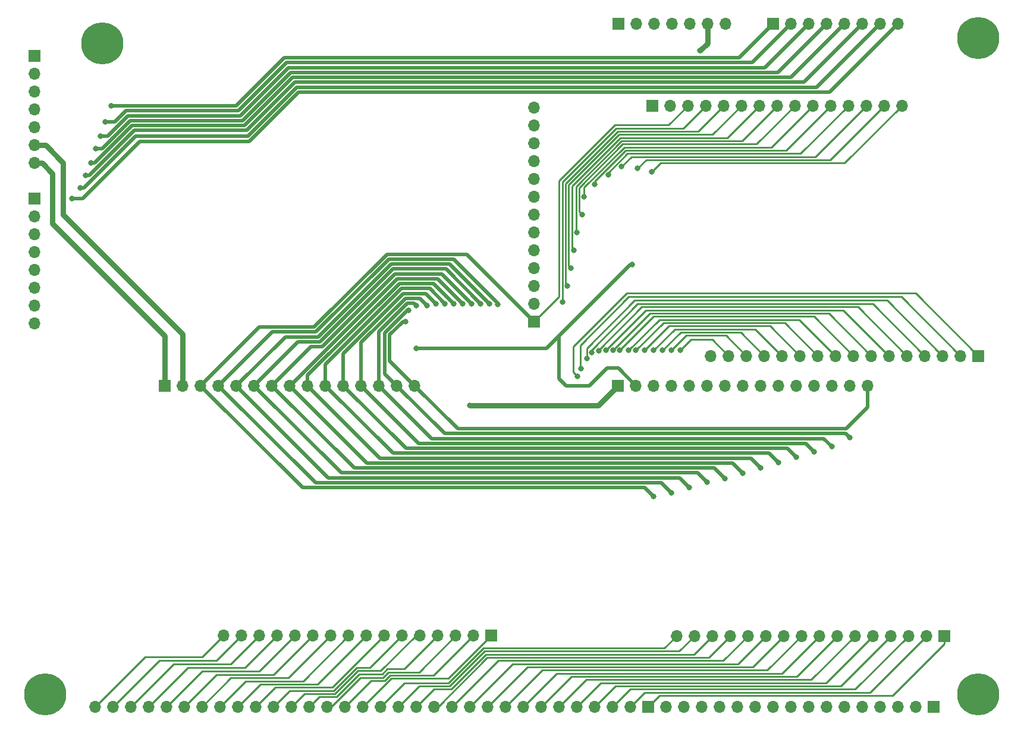
<source format=gbr>
%TF.GenerationSoftware,KiCad,Pcbnew,(6.0.0-0)*%
%TF.CreationDate,2022-08-19T02:12:02-04:00*%
%TF.ProjectId,CPU-MicrocodeEEPROM_Backplane,4350552d-4d69-4637-926f-636f64654545,rev?*%
%TF.SameCoordinates,Original*%
%TF.FileFunction,Copper,L1,Top*%
%TF.FilePolarity,Positive*%
%FSLAX46Y46*%
G04 Gerber Fmt 4.6, Leading zero omitted, Abs format (unit mm)*
G04 Created by KiCad (PCBNEW (6.0.0-0)) date 2022-08-19 02:12:02*
%MOMM*%
%LPD*%
G01*
G04 APERTURE LIST*
%TA.AperFunction,ComponentPad*%
%ADD10C,6.000000*%
%TD*%
%TA.AperFunction,ComponentPad*%
%ADD11C,0.800000*%
%TD*%
%TA.AperFunction,ComponentPad*%
%ADD12R,1.700000X1.700000*%
%TD*%
%TA.AperFunction,ComponentPad*%
%ADD13O,1.700000X1.700000*%
%TD*%
%TA.AperFunction,ViaPad*%
%ADD14C,0.800000*%
%TD*%
%TA.AperFunction,Conductor*%
%ADD15C,0.750000*%
%TD*%
%TA.AperFunction,Conductor*%
%ADD16C,0.250000*%
%TD*%
%TA.AperFunction,Conductor*%
%ADD17C,0.500000*%
%TD*%
G04 APERTURE END LIST*
D10*
%TO.P,REF\u002A\u002A,1*%
%TO.N,N/C*%
X113030000Y-30226000D03*
D11*
X115280000Y-30226000D03*
X114620990Y-31816990D03*
X113030000Y-32476000D03*
X111439010Y-31816990D03*
X110780000Y-30226000D03*
X111439010Y-28635010D03*
X113030000Y-27976000D03*
X114620990Y-28635010D03*
%TD*%
D10*
%TO.P,REF\u002A\u002A,1*%
%TO.N,N/C*%
X237744000Y-29464000D03*
D11*
X239994000Y-29464000D03*
X239334990Y-31054990D03*
X237744000Y-31714000D03*
X236153010Y-31054990D03*
X235494000Y-29464000D03*
X236153010Y-27873010D03*
X237744000Y-27214000D03*
X239334990Y-27873010D03*
%TD*%
D10*
%TO.P,REF\u002A\u002A,1*%
%TO.N,N/C*%
X104902000Y-122936000D03*
D11*
X107152000Y-122936000D03*
X106492990Y-124526990D03*
X104902000Y-125186000D03*
X103311010Y-124526990D03*
X102652000Y-122936000D03*
X103311010Y-121345010D03*
X104902000Y-120686000D03*
X106492990Y-121345010D03*
%TD*%
D10*
%TO.P,REF\u002A\u002A,1*%
%TO.N,N/C*%
X237744000Y-122936000D03*
D11*
X239994000Y-122936000D03*
X239334990Y-124526990D03*
X237744000Y-125186000D03*
X236153010Y-124526990D03*
X235494000Y-122936000D03*
X236153010Y-121345010D03*
X237744000Y-120686000D03*
X239334990Y-121345010D03*
%TD*%
D12*
%TO.P,J11,1,Pin_1*%
%TO.N,~{DECODE_CONTROL_0c}*%
X231394000Y-124657000D03*
D13*
%TO.P,J11,2,Pin_2*%
%TO.N,~{DECODE_CONTROL_1c}*%
X228854000Y-124657000D03*
%TO.P,J11,3,Pin_3*%
%TO.N,~{DECODE_CONTROL_2c}*%
X226314000Y-124657000D03*
%TO.P,J11,4,Pin_4*%
%TO.N,~{DECODE_CONTROL_3c}*%
X223774000Y-124657000D03*
%TO.P,J11,5,Pin_5*%
%TO.N,~{DECODE_CONTROL_4c}*%
X221234000Y-124657000D03*
%TO.P,J11,6,Pin_6*%
%TO.N,~{DECODE_CONTROL_5c}*%
X218694000Y-124657000D03*
%TO.P,J11,7,Pin_7*%
%TO.N,~{DECODE_CONTROL_6c}*%
X216154000Y-124657000D03*
%TO.P,J11,8,Pin_8*%
%TO.N,~{DECODE_CONTROL_7c}*%
X213614000Y-124657000D03*
%TO.P,J11,9,Pin_9*%
%TO.N,\u03BC0c*%
X211074000Y-124657000D03*
%TO.P,J11,10,Pin_10*%
%TO.N,\u03BC1c*%
X208534000Y-124657000D03*
%TO.P,J11,11,Pin_11*%
%TO.N,\u03BC2c*%
X205994000Y-124657000D03*
%TO.P,J11,12,Pin_12*%
%TO.N,\u03BC3c*%
X203454000Y-124657000D03*
%TO.P,J11,13,Pin_13*%
%TO.N,\u03BC4c*%
X200914000Y-124657000D03*
%TO.P,J11,14,Pin_14*%
%TO.N,\u03BC5c*%
X198374000Y-124657000D03*
%TO.P,J11,15,Pin_15*%
%TO.N,\u03BC6c*%
X195834000Y-124657000D03*
%TO.P,J11,16,Pin_16*%
%TO.N,\u03BC7c*%
X193294000Y-124657000D03*
%TD*%
D12*
%TO.P,J13,1,Pin_1*%
%TO.N,VCC*%
X191292000Y-39091000D03*
D13*
%TO.P,J13,2,Pin_2*%
%TO.N,GND*%
X193832000Y-39091000D03*
%TO.P,J13,3,Pin_3*%
%TO.N,STEP0*%
X196372000Y-39091000D03*
%TO.P,J13,4,Pin_4*%
%TO.N,STEP1*%
X198912000Y-39091000D03*
%TO.P,J13,5,Pin_5*%
%TO.N,STEP2*%
X201452000Y-39091000D03*
%TO.P,J13,6,Pin_6*%
%TO.N,STEP3*%
X203992000Y-39091000D03*
%TO.P,J13,7,Pin_7*%
%TO.N,STEP4*%
X206532000Y-39091000D03*
%TO.P,J13,8,Pin_8*%
%TO.N,INSTRUCTION0*%
X209072000Y-39091000D03*
%TO.P,J13,9,Pin_9*%
%TO.N,INSTRUCTION1*%
X211612000Y-39091000D03*
%TO.P,J13,10,Pin_10*%
%TO.N,INSTRUCTION2*%
X214152000Y-39091000D03*
%TO.P,J13,11,Pin_11*%
%TO.N,INSTRUCTION3*%
X216692000Y-39091000D03*
%TO.P,J13,12,Pin_12*%
%TO.N,INSTRUCTION4*%
X219232000Y-39091000D03*
%TO.P,J13,13,Pin_13*%
%TO.N,INSTRUCTION5*%
X221772000Y-39091000D03*
%TO.P,J13,14,Pin_14*%
%TO.N,INSTRUCTION6*%
X224312000Y-39091000D03*
%TO.P,J13,15,Pin_15*%
%TO.N,INSTRUCTION7*%
X226852000Y-39091000D03*
%TD*%
D12*
%TO.P,J12,1,Pin_1*%
%TO.N,~{DECODE_CONTROL_0c}*%
X237744000Y-74726000D03*
D13*
%TO.P,J12,2,Pin_2*%
%TO.N,~{DECODE_CONTROL_1c}*%
X235204000Y-74726000D03*
%TO.P,J12,3,Pin_3*%
%TO.N,~{DECODE_CONTROL_2c}*%
X232664000Y-74726000D03*
%TO.P,J12,4,Pin_4*%
%TO.N,~{DECODE_CONTROL_3c}*%
X230124000Y-74726000D03*
%TO.P,J12,5,Pin_5*%
%TO.N,~{DECODE_CONTROL_4c}*%
X227584000Y-74726000D03*
%TO.P,J12,6,Pin_6*%
%TO.N,~{DECODE_CONTROL_5c}*%
X225044000Y-74726000D03*
%TO.P,J12,7,Pin_7*%
%TO.N,~{DECODE_CONTROL_6c}*%
X222504000Y-74726000D03*
%TO.P,J12,8,Pin_8*%
%TO.N,~{DECODE_CONTROL_7c}*%
X219964000Y-74726000D03*
%TO.P,J12,9,Pin_9*%
%TO.N,\u03BC0c*%
X217424000Y-74726000D03*
%TO.P,J12,10,Pin_10*%
%TO.N,\u03BC1c*%
X214884000Y-74726000D03*
%TO.P,J12,11,Pin_11*%
%TO.N,\u03BC2c*%
X212344000Y-74726000D03*
%TO.P,J12,12,Pin_12*%
%TO.N,\u03BC3c*%
X209804000Y-74726000D03*
%TO.P,J12,13,Pin_13*%
%TO.N,\u03BC4c*%
X207264000Y-74726000D03*
%TO.P,J12,14,Pin_14*%
%TO.N,\u03BC5c*%
X204724000Y-74726000D03*
%TO.P,J12,15,Pin_15*%
%TO.N,\u03BC6c*%
X202184000Y-74726000D03*
%TO.P,J12,16,Pin_16*%
%TO.N,\u03BC7c*%
X199644000Y-74726000D03*
%TD*%
D12*
%TO.P,J4,1,Pin_1*%
%TO.N,~{RESET}*%
X186454456Y-27432000D03*
D13*
%TO.P,J4,2,Pin_2*%
%TO.N,CLOCK*%
X188994456Y-27432000D03*
%TO.P,J4,3,Pin_3*%
%TO.N,~{LD_IR}*%
X191534456Y-27432000D03*
%TO.P,J4,4,Pin_4*%
%TO.N,~{INT_REQUEST}*%
X194074456Y-27432000D03*
%TO.P,J4,5,Pin_5*%
%TO.N,~{RESET_STEP}*%
X196614456Y-27432000D03*
%TO.P,J4,6,Pin_6*%
%TO.N,GND*%
X199154456Y-27432000D03*
%TO.P,J4,7,Pin_7*%
%TO.N,VCC*%
X201694456Y-27432000D03*
%TD*%
D12*
%TO.P,J2,1,Pin_1*%
%TO.N,BUS7*%
X208534000Y-27379044D03*
D13*
%TO.P,J2,2,Pin_2*%
%TO.N,BUS6*%
X211074000Y-27379044D03*
%TO.P,J2,3,Pin_3*%
%TO.N,BUS5*%
X213614000Y-27379044D03*
%TO.P,J2,4,Pin_4*%
%TO.N,BUS4*%
X216154000Y-27379044D03*
%TO.P,J2,5,Pin_5*%
%TO.N,BUS3*%
X218694000Y-27379044D03*
%TO.P,J2,6,Pin_6*%
%TO.N,BUS2*%
X221234000Y-27379044D03*
%TO.P,J2,7,Pin_7*%
%TO.N,BUS1*%
X223774000Y-27379044D03*
%TO.P,J2,8,Pin_8*%
%TO.N,BUS0*%
X226314000Y-27379044D03*
%TD*%
%TO.P,J8,32,Pin_32*%
%TO.N,\u03BC7*%
X112014000Y-124657000D03*
%TO.P,J8,31,Pin_31*%
%TO.N,\u03BC6*%
X114554000Y-124657000D03*
%TO.P,J8,30,Pin_30*%
%TO.N,\u03BC5*%
X117094000Y-124657000D03*
%TO.P,J8,29,Pin_29*%
%TO.N,\u03BC4*%
X119634000Y-124657000D03*
%TO.P,J8,28,Pin_28*%
%TO.N,\u03BC3*%
X122174000Y-124657000D03*
%TO.P,J8,27,Pin_27*%
%TO.N,\u03BC2*%
X124714000Y-124657000D03*
%TO.P,J8,26,Pin_26*%
%TO.N,\u03BC1*%
X127254000Y-124657000D03*
%TO.P,J8,25,Pin_25*%
%TO.N,\u03BC0*%
X129794000Y-124657000D03*
%TO.P,J8,24,Pin_24*%
%TO.N,~{DECODE_CONTROL_7}*%
X132334000Y-124657000D03*
%TO.P,J8,23,Pin_23*%
%TO.N,~{DECODE_CONTROL_6}*%
X134874000Y-124657000D03*
%TO.P,J8,22,Pin_22*%
%TO.N,~{DECODE_CONTROL_5}*%
X137414000Y-124657000D03*
%TO.P,J8,21,Pin_21*%
%TO.N,~{DECODE_CONTROL_4}*%
X139954000Y-124657000D03*
%TO.P,J8,20,Pin_20*%
%TO.N,~{DECODE_CONTROL_3}*%
X142494000Y-124657000D03*
%TO.P,J8,19,Pin_19*%
%TO.N,~{DECODE_CONTROL_2}*%
X145034000Y-124657000D03*
%TO.P,J8,18,Pin_18*%
%TO.N,~{DECODE_CONTROL_1}*%
X147574000Y-124657000D03*
%TO.P,J8,17,Pin_17*%
%TO.N,~{DECODE_CONTROL_0}*%
X150114000Y-124657000D03*
%TO.P,J8,16,Pin_16*%
%TO.N,\u03BC7b*%
X152654000Y-124657000D03*
%TO.P,J8,15,Pin_15*%
%TO.N,\u03BC6b*%
X155194000Y-124657000D03*
%TO.P,J8,14,Pin_14*%
%TO.N,\u03BC5b*%
X157734000Y-124657000D03*
%TO.P,J8,13,Pin_13*%
%TO.N,\u03BC4b*%
X160274000Y-124657000D03*
%TO.P,J8,12,Pin_12*%
%TO.N,\u03BC3b*%
X162814000Y-124657000D03*
%TO.P,J8,11,Pin_11*%
%TO.N,\u03BC2b*%
X165354000Y-124657000D03*
%TO.P,J8,10,Pin_10*%
%TO.N,\u03BC1b*%
X167894000Y-124657000D03*
%TO.P,J8,9,Pin_9*%
%TO.N,\u03BC0b*%
X170434000Y-124657000D03*
%TO.P,J8,8,Pin_8*%
%TO.N,~{DECODE_CONTROL_7b}*%
X172974000Y-124657000D03*
%TO.P,J8,7,Pin_7*%
%TO.N,~{DECODE_CONTROL_6b}*%
X175514000Y-124657000D03*
%TO.P,J8,6,Pin_6*%
%TO.N,~{DECODE_CONTROL_5b}*%
X178054000Y-124657000D03*
%TO.P,J8,5,Pin_5*%
%TO.N,~{DECODE_CONTROL_4b}*%
X180594000Y-124657000D03*
%TO.P,J8,4,Pin_4*%
%TO.N,~{DECODE_CONTROL_3b}*%
X183134000Y-124657000D03*
%TO.P,J8,3,Pin_3*%
%TO.N,~{DECODE_CONTROL_2b}*%
X185674000Y-124657000D03*
%TO.P,J8,2,Pin_2*%
%TO.N,~{DECODE_CONTROL_1b}*%
X188214000Y-124657000D03*
D12*
%TO.P,J8,1,Pin_1*%
%TO.N,~{DECODE_CONTROL_0b}*%
X190754000Y-124657000D03*
%TD*%
%TO.P,J3,1,Pin_1*%
%TO.N,STEP0*%
X174473000Y-69835242D03*
D13*
%TO.P,J3,2,Pin_2*%
%TO.N,STEP1*%
X174473000Y-67295242D03*
%TO.P,J3,3,Pin_3*%
%TO.N,STEP2*%
X174473000Y-64755242D03*
%TO.P,J3,4,Pin_4*%
%TO.N,STEP3*%
X174473000Y-62215242D03*
%TO.P,J3,5,Pin_5*%
%TO.N,STEP4*%
X174473000Y-59675242D03*
%TO.P,J3,6,Pin_6*%
%TO.N,INSTRUCTION0*%
X174473000Y-57135242D03*
%TO.P,J3,7,Pin_7*%
%TO.N,INSTRUCTION1*%
X174473000Y-54595242D03*
%TO.P,J3,8,Pin_8*%
%TO.N,INSTRUCTION2*%
X174473000Y-52055242D03*
%TO.P,J3,9,Pin_9*%
%TO.N,INSTRUCTION3*%
X174473000Y-49515242D03*
%TO.P,J3,10,Pin_10*%
%TO.N,INSTRUCTION4*%
X174473000Y-46975242D03*
%TO.P,J3,11,Pin_11*%
%TO.N,INSTRUCTION5*%
X174473000Y-44435242D03*
%TO.P,J3,12,Pin_12*%
%TO.N,INSTRUCTION6*%
X174473000Y-41895242D03*
%TO.P,J3,13,Pin_13*%
%TO.N,INSTRUCTION7*%
X174473000Y-39355242D03*
%TD*%
D12*
%TO.P,J9,1,Pin_1*%
%TO.N,~{DECODE_CONTROL_0b}*%
X232890500Y-114583044D03*
D13*
%TO.P,J9,2,Pin_2*%
%TO.N,~{DECODE_CONTROL_1b}*%
X230350500Y-114583044D03*
%TO.P,J9,3,Pin_3*%
%TO.N,~{DECODE_CONTROL_2b}*%
X227810500Y-114583044D03*
%TO.P,J9,4,Pin_4*%
%TO.N,~{DECODE_CONTROL_3b}*%
X225270500Y-114583044D03*
%TO.P,J9,5,Pin_5*%
%TO.N,~{DECODE_CONTROL_4b}*%
X222730500Y-114583044D03*
%TO.P,J9,6,Pin_6*%
%TO.N,~{DECODE_CONTROL_5b}*%
X220190500Y-114583044D03*
%TO.P,J9,7,Pin_7*%
%TO.N,~{DECODE_CONTROL_6b}*%
X217650500Y-114583044D03*
%TO.P,J9,8,Pin_8*%
%TO.N,~{DECODE_CONTROL_7b}*%
X215110500Y-114583044D03*
%TO.P,J9,9,Pin_9*%
%TO.N,\u03BC0b*%
X212570500Y-114583044D03*
%TO.P,J9,10,Pin_10*%
%TO.N,\u03BC1b*%
X210030500Y-114583044D03*
%TO.P,J9,11,Pin_11*%
%TO.N,\u03BC2b*%
X207490500Y-114583044D03*
%TO.P,J9,12,Pin_12*%
%TO.N,\u03BC3b*%
X204950500Y-114583044D03*
%TO.P,J9,13,Pin_13*%
%TO.N,\u03BC4b*%
X202410500Y-114583044D03*
%TO.P,J9,14,Pin_14*%
%TO.N,\u03BC5b*%
X199870500Y-114583044D03*
%TO.P,J9,15,Pin_15*%
%TO.N,\u03BC6b*%
X197330500Y-114583044D03*
%TO.P,J9,16,Pin_16*%
%TO.N,\u03BC7b*%
X194790500Y-114583044D03*
%TD*%
D12*
%TO.P,J1,1,Pin_1*%
%TO.N,BUS0*%
X103378000Y-52324242D03*
D13*
%TO.P,J1,2,Pin_2*%
%TO.N,BUS1*%
X103378000Y-54864242D03*
%TO.P,J1,3,Pin_3*%
%TO.N,BUS2*%
X103378000Y-57404242D03*
%TO.P,J1,4,Pin_4*%
%TO.N,BUS3*%
X103378000Y-59944242D03*
%TO.P,J1,5,Pin_5*%
%TO.N,BUS4*%
X103378000Y-62484242D03*
%TO.P,J1,6,Pin_6*%
%TO.N,BUS5*%
X103378000Y-65024242D03*
%TO.P,J1,7,Pin_7*%
%TO.N,BUS6*%
X103378000Y-67564242D03*
%TO.P,J1,8,Pin_8*%
%TO.N,BUS7*%
X103378000Y-70104242D03*
%TD*%
D12*
%TO.P,J6,1,Pin_1*%
%TO.N,~{DECODE_CONTROL_0}*%
X168374500Y-114558044D03*
D13*
%TO.P,J6,2,Pin_2*%
%TO.N,~{DECODE_CONTROL_1}*%
X165834500Y-114558044D03*
%TO.P,J6,3,Pin_3*%
%TO.N,~{DECODE_CONTROL_2}*%
X163294500Y-114558044D03*
%TO.P,J6,4,Pin_4*%
%TO.N,~{DECODE_CONTROL_3}*%
X160754500Y-114558044D03*
%TO.P,J6,5,Pin_5*%
%TO.N,~{DECODE_CONTROL_4}*%
X158214500Y-114558044D03*
%TO.P,J6,6,Pin_6*%
%TO.N,~{DECODE_CONTROL_5}*%
X155674500Y-114558044D03*
%TO.P,J6,7,Pin_7*%
%TO.N,~{DECODE_CONTROL_6}*%
X153134500Y-114558044D03*
%TO.P,J6,8,Pin_8*%
%TO.N,~{DECODE_CONTROL_7}*%
X150594500Y-114558044D03*
%TO.P,J6,9,Pin_9*%
%TO.N,\u03BC0*%
X148054500Y-114558044D03*
%TO.P,J6,10,Pin_10*%
%TO.N,\u03BC1*%
X145514500Y-114558044D03*
%TO.P,J6,11,Pin_11*%
%TO.N,\u03BC2*%
X142974500Y-114558044D03*
%TO.P,J6,12,Pin_12*%
%TO.N,\u03BC3*%
X140434500Y-114558044D03*
%TO.P,J6,13,Pin_13*%
%TO.N,\u03BC4*%
X137894500Y-114558044D03*
%TO.P,J6,14,Pin_14*%
%TO.N,\u03BC5*%
X135354500Y-114558044D03*
%TO.P,J6,15,Pin_15*%
%TO.N,\u03BC6*%
X132814500Y-114558044D03*
%TO.P,J6,16,Pin_16*%
%TO.N,\u03BC7*%
X130274500Y-114558044D03*
%TD*%
D12*
%TO.P,J5,1,Pin_1*%
%TO.N,~{RESET}*%
X103378000Y-32014484D03*
D13*
%TO.P,J5,2,Pin_2*%
%TO.N,CLOCK*%
X103378000Y-34554484D03*
%TO.P,J5,3,Pin_3*%
%TO.N,~{LD_IR}*%
X103378000Y-37094484D03*
%TO.P,J5,4,Pin_4*%
%TO.N,~{INT_REQUEST}*%
X103378000Y-39634484D03*
%TO.P,J5,5,Pin_5*%
%TO.N,~{RESET_STEP}*%
X103378000Y-42174484D03*
%TO.P,J5,6,Pin_6*%
%TO.N,GND*%
X103378000Y-44714484D03*
%TO.P,J5,7,Pin_7*%
%TO.N,VCC*%
X103378000Y-47254484D03*
%TD*%
D12*
%TO.P,J7,1,Pin_1*%
%TO.N,VCC*%
X121922500Y-78973044D03*
D13*
%TO.P,J7,2,Pin_2*%
%TO.N,GND*%
X124462500Y-78973044D03*
%TO.P,J7,3,Pin_3*%
%TO.N,STEP0*%
X127002500Y-78973044D03*
%TO.P,J7,4,Pin_4*%
%TO.N,STEP1*%
X129542500Y-78973044D03*
%TO.P,J7,5,Pin_5*%
%TO.N,STEP2*%
X132082500Y-78973044D03*
%TO.P,J7,6,Pin_6*%
%TO.N,STEP3*%
X134622500Y-78973044D03*
%TO.P,J7,7,Pin_7*%
%TO.N,STEP4*%
X137162500Y-78973044D03*
%TO.P,J7,8,Pin_8*%
%TO.N,INSTRUCTION0*%
X139702500Y-78973044D03*
%TO.P,J7,9,Pin_9*%
%TO.N,INSTRUCTION1*%
X142242500Y-78973044D03*
%TO.P,J7,10,Pin_10*%
%TO.N,INSTRUCTION2*%
X144782500Y-78973044D03*
%TO.P,J7,11,Pin_11*%
%TO.N,INSTRUCTION3*%
X147322500Y-78973044D03*
%TO.P,J7,12,Pin_12*%
%TO.N,INSTRUCTION4*%
X149862500Y-78973044D03*
%TO.P,J7,13,Pin_13*%
%TO.N,INSTRUCTION5*%
X152402500Y-78973044D03*
%TO.P,J7,14,Pin_14*%
%TO.N,INSTRUCTION6*%
X154942500Y-78973044D03*
%TO.P,J7,15,Pin_15*%
%TO.N,INSTRUCTION7*%
X157482500Y-78973044D03*
%TD*%
D12*
%TO.P,J10,1,Pin_1*%
%TO.N,VCC*%
X186438500Y-78973044D03*
D13*
%TO.P,J10,2,Pin_2*%
%TO.N,GND*%
X188978500Y-78973044D03*
%TO.P,J10,3,Pin_3*%
%TO.N,STEP0*%
X191518500Y-78973044D03*
%TO.P,J10,4,Pin_4*%
%TO.N,STEP1*%
X194058500Y-78973044D03*
%TO.P,J10,5,Pin_5*%
%TO.N,STEP2*%
X196598500Y-78973044D03*
%TO.P,J10,6,Pin_6*%
%TO.N,STEP3*%
X199138500Y-78973044D03*
%TO.P,J10,7,Pin_7*%
%TO.N,STEP4*%
X201678500Y-78973044D03*
%TO.P,J10,8,Pin_8*%
%TO.N,INSTRUCTION0*%
X204218500Y-78973044D03*
%TO.P,J10,9,Pin_9*%
%TO.N,INSTRUCTION1*%
X206758500Y-78973044D03*
%TO.P,J10,10,Pin_10*%
%TO.N,INSTRUCTION2*%
X209298500Y-78973044D03*
%TO.P,J10,11,Pin_11*%
%TO.N,INSTRUCTION3*%
X211838500Y-78973044D03*
%TO.P,J10,12,Pin_12*%
%TO.N,INSTRUCTION4*%
X214378500Y-78973044D03*
%TO.P,J10,13,Pin_13*%
%TO.N,INSTRUCTION5*%
X216918500Y-78973044D03*
%TO.P,J10,14,Pin_14*%
%TO.N,INSTRUCTION6*%
X219458500Y-78973044D03*
%TO.P,J10,15,Pin_15*%
%TO.N,INSTRUCTION7*%
X221998500Y-78973044D03*
%TD*%
D14*
%TO.N,GND*%
X188468000Y-61722000D03*
X198120000Y-31242000D03*
%TO.N,VCC*%
X165354000Y-81788000D03*
%TO.N,BUS0*%
X108712000Y-52324000D03*
%TO.N,GND*%
X157734000Y-73660000D03*
%TO.N,BUS7*%
X114300000Y-39116000D03*
%TO.N,BUS6*%
X113450500Y-41402000D03*
%TO.N,BUS5*%
X112750989Y-43434000D03*
%TO.N,BUS4*%
X112051478Y-45212000D03*
%TO.N,BUS3*%
X111351967Y-47244000D03*
%TO.N,BUS2*%
X110652456Y-49022000D03*
%TO.N,BUS1*%
X109894500Y-50800000D03*
%TO.N,INSTRUCTION7*%
X156210000Y-69850000D03*
%TO.N,INSTRUCTION6*%
X156630204Y-68238204D03*
%TO.N,INSTRUCTION5*%
X157734000Y-67564000D03*
%TO.N,INSTRUCTION4*%
X159258000Y-67564000D03*
%TO.N,INSTRUCTION3*%
X160528000Y-67310000D03*
%TO.N,INSTRUCTION2*%
X161798000Y-67310011D03*
%TO.N,INSTRUCTION1*%
X163068000Y-67310000D03*
%TO.N,INSTRUCTION0*%
X164338000Y-67310000D03*
%TO.N,STEP4*%
X165608000Y-67309998D03*
%TO.N,STEP3*%
X166878000Y-67310000D03*
%TO.N,STEP2*%
X168148000Y-67310000D03*
%TO.N,STEP1*%
X169325312Y-67402688D03*
%TO.N,INSTRUCTION7*%
X191262000Y-48514000D03*
%TO.N,INSTRUCTION6*%
X189230000Y-48006000D03*
%TO.N,INSTRUCTION5*%
X186944000Y-47752000D03*
%TO.N,INSTRUCTION4*%
X185046115Y-48902115D03*
%TO.N,INSTRUCTION3*%
X183077263Y-50235263D03*
%TO.N,INSTRUCTION2*%
X181610000Y-52070000D03*
%TO.N,INSTRUCTION1*%
X181356000Y-54610000D03*
%TO.N,INSTRUCTION0*%
X180594000Y-57150000D03*
%TO.N,STEP4*%
X180127032Y-59690000D03*
%TO.N,STEP3*%
X179677521Y-62230000D03*
%TO.N,STEP2*%
X179228010Y-64770000D03*
%TO.N,STEP1*%
X178562000Y-67056000D03*
%TO.N,~{DECODE_CONTROL_0c}*%
X180683054Y-77653400D03*
%TO.N,~{DECODE_CONTROL_1c}*%
X181174375Y-76526375D03*
%TO.N,~{DECODE_CONTROL_2c}*%
X181999523Y-75065523D03*
%TO.N,~{DECODE_CONTROL_3c}*%
X182684027Y-74249121D03*
%TO.N,~{DECODE_CONTROL_4c}*%
X183682596Y-73957185D03*
%TO.N,~{DECODE_CONTROL_5c}*%
X184681308Y-73917437D03*
%TO.N,~{DECODE_CONTROL_6c}*%
X185680805Y-73920803D03*
%TO.N,~{DECODE_CONTROL_7c}*%
X186694299Y-73918299D03*
%TO.N,\u03BC0c*%
X187960000Y-73914000D03*
%TO.N,\u03BC1c*%
X188980299Y-73918299D03*
%TO.N,\u03BC2c*%
X190246000Y-73914000D03*
%TO.N,\u03BC3c*%
X191516000Y-73914000D03*
%TO.N,\u03BC4c*%
X192786000Y-73914000D03*
%TO.N,\u03BC5c*%
X194056000Y-73914000D03*
%TO.N,\u03BC6c*%
X195326000Y-73914000D03*
%TO.N,INSTRUCTION2*%
X209268500Y-89920044D03*
%TO.N,INSTRUCTION1*%
X206728500Y-90682044D03*
%TO.N,INSTRUCTION0*%
X204188500Y-91444044D03*
%TO.N,STEP4*%
X201648500Y-92206044D03*
%TO.N,STEP3*%
X199108500Y-92714044D03*
%TO.N,STEP2*%
X196568500Y-93476044D03*
%TO.N,STEP1*%
X194028500Y-94238044D03*
%TO.N,STEP0*%
X191488500Y-94746044D03*
%TO.N,INSTRUCTION5*%
X216888500Y-87634044D03*
%TO.N,INSTRUCTION6*%
X219428500Y-86364044D03*
%TO.N,INSTRUCTION4*%
X214348500Y-88396044D03*
%TO.N,INSTRUCTION3*%
X211808500Y-89158044D03*
%TD*%
D15*
%TO.N,VCC*%
X186438500Y-78973044D02*
X183623544Y-81788000D01*
X183623544Y-81788000D02*
X165354000Y-81788000D01*
D16*
%TO.N,~{DECODE_CONTROL_3c}*%
X230124000Y-74726000D02*
X222708000Y-67310000D01*
X182684027Y-73855973D02*
X182684027Y-74249121D01*
X222708000Y-67310000D02*
X189230000Y-67310000D01*
X189230000Y-67310000D02*
X182684027Y-73855973D01*
%TO.N,~{DECODE_CONTROL_2c}*%
X181959526Y-75025526D02*
X181999523Y-75065523D01*
%TO.N,~{DECODE_CONTROL_4c}*%
X189796489Y-67759511D02*
X183682596Y-73873404D01*
%TO.N,~{DECODE_CONTROL_5c}*%
X218527022Y-68209022D02*
X190362978Y-68209022D01*
X184681308Y-73890692D02*
X184681308Y-73917437D01*
%TO.N,~{DECODE_CONTROL_4c}*%
X183682596Y-73873404D02*
X183682596Y-73957185D01*
X227584000Y-74726000D02*
X220617511Y-67759511D01*
%TO.N,~{DECODE_CONTROL_5c}*%
X190362978Y-68209022D02*
X184681308Y-73890692D01*
X225044000Y-74726000D02*
X218527022Y-68209022D01*
%TO.N,~{DECODE_CONTROL_2c}*%
X232664000Y-74726000D02*
X224740000Y-66802000D01*
%TO.N,~{DECODE_CONTROL_6c}*%
X185680805Y-73907195D02*
X185680805Y-73920803D01*
X216436533Y-68658533D02*
X190929467Y-68658533D01*
%TO.N,~{DECODE_CONTROL_2c}*%
X181959526Y-73613900D02*
X181959526Y-75025526D01*
%TO.N,~{DECODE_CONTROL_0c}*%
X228804000Y-65786000D02*
X187706000Y-65786000D01*
X180086000Y-73406000D02*
X180086000Y-77056346D01*
X237744000Y-74726000D02*
X228804000Y-65786000D01*
%TO.N,~{DECODE_CONTROL_1c}*%
X187960000Y-66294000D02*
X181047375Y-73206625D01*
X181047375Y-76399375D02*
X181174375Y-76526375D01*
X181047375Y-73206625D02*
X181047375Y-76399375D01*
%TO.N,~{DECODE_CONTROL_0c}*%
X180086000Y-77056346D02*
X180683054Y-77653400D01*
%TO.N,~{DECODE_CONTROL_6c}*%
X222504000Y-74726000D02*
X216436533Y-68658533D01*
X190929467Y-68658533D02*
X185680805Y-73907195D01*
%TO.N,~{DECODE_CONTROL_2c}*%
X188771426Y-66802000D02*
X181959526Y-73613900D01*
%TO.N,~{DECODE_CONTROL_4c}*%
X220617511Y-67759511D02*
X189796489Y-67759511D01*
%TO.N,~{DECODE_CONTROL_0c}*%
X187706000Y-65786000D02*
X180086000Y-73406000D01*
%TO.N,~{DECODE_CONTROL_1c}*%
X235204000Y-74726000D02*
X226772000Y-66294000D01*
%TO.N,~{DECODE_CONTROL_2c}*%
X224740000Y-66802000D02*
X188771426Y-66802000D01*
%TO.N,~{DECODE_CONTROL_1c}*%
X226772000Y-66294000D02*
X187960000Y-66294000D01*
D17*
%TO.N,GND*%
X188214000Y-61722000D02*
X188468000Y-61722000D01*
X178054000Y-71882000D02*
X188214000Y-61722000D01*
D15*
X199154456Y-27432000D02*
X199154456Y-30207544D01*
X199154456Y-30207544D02*
X198120000Y-31242000D01*
%TO.N,VCC*%
X121922500Y-78973044D02*
X121922500Y-71884500D01*
X105918000Y-55880000D02*
X105918000Y-48768000D01*
X121922500Y-71884500D02*
X105918000Y-55880000D01*
X105918000Y-48768000D02*
X104404484Y-47254484D01*
X104404484Y-47254484D02*
X103378000Y-47254484D01*
%TO.N,GND*%
X103378000Y-44714484D02*
X104912484Y-44714484D01*
X104912484Y-44714484D02*
X107442000Y-47244000D01*
X107442000Y-47244000D02*
X107442000Y-54610000D01*
X107442000Y-54610000D02*
X124462500Y-71630500D01*
X124462500Y-71630500D02*
X124462500Y-78973044D01*
D17*
%TO.N,BUS0*%
X108712000Y-52324000D02*
X110235516Y-52324000D01*
X110235516Y-52324000D02*
X110235758Y-52324242D01*
%TO.N,GND*%
X178054000Y-71882000D02*
X176276000Y-73660000D01*
X176276000Y-73660000D02*
X157734000Y-73660000D01*
X178054000Y-71882000D02*
X178054000Y-77978000D01*
X179070000Y-78994000D02*
X182372000Y-78994000D01*
X182372000Y-78994000D02*
X184912000Y-76454000D01*
X178054000Y-77978000D02*
X179070000Y-78994000D01*
X184912000Y-76454000D02*
X186459456Y-76454000D01*
X186459456Y-76454000D02*
X188978500Y-78973044D01*
%TO.N,BUS0*%
X226314000Y-27379044D02*
X216538467Y-37154577D01*
X118364000Y-44196000D02*
X110235758Y-52324242D01*
X216538467Y-37154577D02*
X140966229Y-37154577D01*
X140966229Y-37154577D02*
X133924806Y-44196000D01*
X133924806Y-44196000D02*
X118364000Y-44196000D01*
%TO.N,BUS1*%
X223774000Y-27379044D02*
X214697978Y-36455066D01*
X140676482Y-36455066D02*
X133697548Y-43434000D01*
X133697548Y-43434000D02*
X117707146Y-43434000D01*
X117707146Y-43434000D02*
X110341146Y-50800000D01*
X214697978Y-36455066D02*
X140676482Y-36455066D01*
X110341146Y-50800000D02*
X109894500Y-50800000D01*
%TO.N,BUS2*%
X212857489Y-35755555D02*
X140386735Y-35755555D01*
X133528727Y-42613563D02*
X117538328Y-42613563D01*
X117538328Y-42613563D02*
X111129891Y-49022000D01*
%TO.N,BUS4*%
X209176511Y-34356533D02*
X139807241Y-34356533D01*
%TO.N,BUS5*%
X132659492Y-40515022D02*
X116657495Y-40515021D01*
%TO.N,BUS3*%
X140096988Y-35056044D02*
X133238984Y-41914048D01*
%TO.N,BUS2*%
X111129891Y-49022000D02*
X110652456Y-49022000D01*
X140386735Y-35755555D02*
X133528727Y-42613563D01*
%TO.N,BUS4*%
X112961377Y-45212000D02*
X112051478Y-45212000D01*
%TO.N,BUS6*%
X132369746Y-39815511D02*
X116367748Y-39815510D01*
X211074000Y-27379044D02*
X205495534Y-32957510D01*
%TO.N,BUS5*%
X113738516Y-43434000D02*
X112750989Y-43434000D01*
%TO.N,BUS3*%
X111918635Y-47244000D02*
X111351967Y-47244000D01*
X117248587Y-41914048D02*
X111918635Y-47244000D01*
%TO.N,BUS6*%
X205495534Y-32957510D02*
X139227748Y-32957510D01*
%TO.N,BUS3*%
X133238984Y-41914048D02*
X117248587Y-41914048D01*
%TO.N,BUS6*%
X114781258Y-41402000D02*
X113450500Y-41402000D01*
%TO.N,BUS3*%
X218694000Y-27379044D02*
X211017000Y-35056044D01*
%TO.N,BUS4*%
X116958844Y-41214533D02*
X112961377Y-45212000D01*
X132949238Y-41214533D02*
X116958844Y-41214533D01*
%TO.N,BUS2*%
X221234000Y-27379044D02*
X212857489Y-35755555D01*
%TO.N,BUS3*%
X211017000Y-35056044D02*
X140096988Y-35056044D01*
%TO.N,BUS4*%
X139807241Y-34356533D02*
X132949238Y-41214533D01*
X216154000Y-27379044D02*
X209176511Y-34356533D01*
%TO.N,BUS5*%
X116657495Y-40515021D02*
X113738516Y-43434000D01*
X139517494Y-33657022D02*
X132659492Y-40515022D01*
X207336022Y-33657022D02*
X139517494Y-33657022D01*
%TO.N,BUS6*%
X139227748Y-32957510D02*
X132369746Y-39815511D01*
%TO.N,BUS5*%
X213614000Y-27379044D02*
X207336022Y-33657022D01*
%TO.N,BUS6*%
X116367748Y-39815510D02*
X114781258Y-41402000D01*
%TO.N,BUS7*%
X208534000Y-27379044D02*
X203655044Y-32258000D01*
X203655044Y-32258000D02*
X138938000Y-32258000D01*
X138938000Y-32258000D02*
X132080000Y-39116000D01*
X132080000Y-39116000D02*
X114300000Y-39116000D01*
%TO.N,STEP0*%
X127002500Y-78973044D02*
X135367624Y-70607920D01*
X143139730Y-70607920D02*
X153520282Y-60227368D01*
X135367624Y-70607920D02*
X143139730Y-70607920D01*
X153520282Y-60227368D02*
X164865126Y-60227368D01*
X164865126Y-60227368D02*
X174473000Y-69835242D01*
%TO.N,STEP1*%
X169325312Y-67217312D02*
X169325312Y-67402688D01*
X163034887Y-60926887D02*
X169325312Y-67217312D01*
X129542500Y-78973044D02*
X137208104Y-71307440D01*
X143429480Y-71307440D02*
X153810033Y-60926887D01*
X153810033Y-60926887D02*
X163034887Y-60926887D01*
X137208104Y-71307440D02*
X143429480Y-71307440D01*
%TO.N,STEP2*%
X132082500Y-78973044D02*
X139048584Y-72006960D01*
X154099789Y-61626401D02*
X162464401Y-61626401D01*
X139048584Y-72006960D02*
X143719230Y-72006960D01*
X143719230Y-72006960D02*
X154099789Y-61626401D01*
X162464401Y-61626401D02*
X168148000Y-67310000D01*
%TO.N,STEP3*%
X134622500Y-78973044D02*
X140889064Y-72706480D01*
X144008980Y-72706480D02*
X154389534Y-62325926D01*
X154389534Y-62325926D02*
X161893926Y-62325926D01*
X140889064Y-72706480D02*
X144008980Y-72706480D01*
X161893926Y-62325926D02*
X166878000Y-67310000D01*
%TO.N,STEP4*%
X137162500Y-78973044D02*
X142729544Y-73406000D01*
X144298730Y-73406000D02*
X154679293Y-63025437D01*
X154679293Y-63025437D02*
X161323439Y-63025437D01*
X142729544Y-73406000D02*
X144298730Y-73406000D01*
X161323439Y-63025437D02*
X165608000Y-67309998D01*
%TO.N,INSTRUCTION0*%
X139702500Y-78973044D02*
X139720956Y-78973044D01*
X139720956Y-78973044D02*
X154969053Y-63724947D01*
X154969053Y-63724947D02*
X160752947Y-63724947D01*
X160752947Y-63724947D02*
X164338000Y-67310000D01*
%TO.N,INSTRUCTION6*%
X156418086Y-68238204D02*
X156630204Y-68238204D01*
%TO.N,INSTRUCTION2*%
X144782500Y-75916758D02*
X155575289Y-65123969D01*
%TO.N,INSTRUCTION1*%
X142242500Y-77467500D02*
X155285542Y-64424458D01*
%TO.N,INSTRUCTION7*%
X153924000Y-71721548D02*
X155795548Y-69850000D01*
X157482500Y-78973044D02*
X153924000Y-75414544D01*
X155795548Y-69850000D02*
X156210000Y-69850000D01*
%TO.N,INSTRUCTION4*%
X156154783Y-66522991D02*
X158216991Y-66522991D01*
%TO.N,INSTRUCTION3*%
X159041480Y-65823480D02*
X160528000Y-67310000D01*
%TO.N,INSTRUCTION6*%
X153224490Y-71431800D02*
X156418086Y-68238204D01*
%TO.N,INSTRUCTION2*%
X144782500Y-78973044D02*
X144782500Y-75916758D01*
%TO.N,INSTRUCTION5*%
X152402500Y-78973044D02*
X152402500Y-71264532D01*
X156444530Y-67222502D02*
X157392502Y-67222502D01*
%TO.N,INSTRUCTION7*%
X153924000Y-75414544D02*
X153924000Y-71721548D01*
%TO.N,INSTRUCTION4*%
X149862500Y-78973044D02*
X149862500Y-72815274D01*
%TO.N,INSTRUCTION5*%
X152402500Y-71264532D02*
X156444530Y-67222502D01*
%TO.N,INSTRUCTION3*%
X147322500Y-78973044D02*
X147322500Y-74366016D01*
X155865036Y-65823480D02*
X159041480Y-65823480D01*
%TO.N,INSTRUCTION2*%
X155575289Y-65123969D02*
X159611958Y-65123969D01*
X159611958Y-65123969D02*
X161798000Y-67310011D01*
%TO.N,INSTRUCTION4*%
X158216991Y-66522991D02*
X159258000Y-67564000D01*
%TO.N,INSTRUCTION5*%
X157392502Y-67222502D02*
X157734000Y-67564000D01*
%TO.N,INSTRUCTION3*%
X147322500Y-74366016D02*
X155865036Y-65823480D01*
%TO.N,INSTRUCTION6*%
X154942500Y-78973044D02*
X153224490Y-77255034D01*
X153224490Y-77255034D02*
X153224490Y-71431800D01*
%TO.N,INSTRUCTION1*%
X155285542Y-64424458D02*
X160182458Y-64424458D01*
%TO.N,INSTRUCTION4*%
X149862500Y-72815274D02*
X156154783Y-66522991D01*
%TO.N,INSTRUCTION1*%
X142242500Y-78973044D02*
X142242500Y-77467500D01*
X160182458Y-64424458D02*
X163068000Y-67310000D01*
D16*
%TO.N,INSTRUCTION7*%
X226852000Y-39091000D02*
X218699000Y-47244000D01*
X218699000Y-47244000D02*
X192532000Y-47244000D01*
X192532000Y-47244000D02*
X191262000Y-48514000D01*
%TO.N,INSTRUCTION2*%
X181610000Y-50677928D02*
X181610000Y-52070000D01*
X187291480Y-44996448D02*
X181610000Y-50677928D01*
X208246553Y-44996447D02*
X187291480Y-44996448D01*
X214152000Y-39091000D02*
X208246553Y-44996447D01*
%TO.N,INSTRUCTION3*%
X183077263Y-49846369D02*
X183077263Y-50235263D01*
X216692000Y-39091000D02*
X210337042Y-45445958D01*
X210337042Y-45445958D02*
X187477674Y-45445958D01*
X187477674Y-45445958D02*
X183077263Y-49846369D01*
%TO.N,INSTRUCTION4*%
X219232000Y-39091000D02*
X212427531Y-45895469D01*
X212427531Y-45895469D02*
X187775931Y-45895469D01*
X187775931Y-45895469D02*
X185046115Y-48625285D01*
X185046115Y-48625285D02*
X185046115Y-48902115D01*
%TO.N,INSTRUCTION5*%
X214518021Y-46344979D02*
X188351021Y-46344979D01*
X188351021Y-46344979D02*
X186944000Y-47752000D01*
X221772000Y-39091000D02*
X214518021Y-46344979D01*
%TO.N,INSTRUCTION6*%
X189230000Y-48006000D02*
X190441511Y-46794489D01*
X190441511Y-46794489D02*
X216608511Y-46794489D01*
X216608511Y-46794489D02*
X224312000Y-39091000D01*
%TO.N,INSTRUCTION0*%
X209072000Y-39091000D02*
X204065575Y-44097425D01*
%TO.N,STEP1*%
X178503510Y-66997510D02*
X178562000Y-67056000D01*
X186174319Y-42299385D02*
X178503511Y-49970193D01*
%TO.N,STEP0*%
X178054000Y-66254242D02*
X174473000Y-69835242D01*
%TO.N,STEP2*%
X178953021Y-64495011D02*
X179228010Y-64770000D01*
%TO.N,STEP3*%
X199884595Y-43198405D02*
X186546707Y-43198405D01*
%TO.N,STEP2*%
X201452000Y-39091000D02*
X197794105Y-42748895D01*
X186360513Y-42748895D02*
X178953022Y-50156386D01*
%TO.N,STEP3*%
X179402533Y-50342579D02*
X179402532Y-61955011D01*
X186546707Y-43198405D02*
X179402533Y-50342579D01*
%TO.N,INSTRUCTION1*%
X206156064Y-44546936D02*
X211612000Y-39091000D01*
%TO.N,STEP2*%
X197794105Y-42748895D02*
X186360513Y-42748895D01*
%TO.N,STEP0*%
X185988125Y-41849875D02*
X178054000Y-49784000D01*
%TO.N,STEP3*%
X203992000Y-39091000D02*
X199884595Y-43198405D01*
%TO.N,STEP4*%
X179869499Y-59432467D02*
X180127032Y-59690000D01*
X179869499Y-50511317D02*
X179869499Y-59432467D01*
%TO.N,INSTRUCTION1*%
X181356000Y-54610000D02*
X180885499Y-54139499D01*
%TO.N,STEP4*%
X201975085Y-43647915D02*
X186732901Y-43647915D01*
%TO.N,INSTRUCTION0*%
X180435988Y-56991988D02*
X180594000Y-57150000D01*
%TO.N,STEP3*%
X179402532Y-61955011D02*
X179677521Y-62230000D01*
%TO.N,INSTRUCTION0*%
X186919095Y-44097425D02*
X180435988Y-50580532D01*
%TO.N,STEP1*%
X198912000Y-39091000D02*
X195703615Y-42299385D01*
%TO.N,INSTRUCTION1*%
X187105288Y-44546936D02*
X206156064Y-44546936D01*
X180885499Y-54139499D02*
X180885499Y-50766725D01*
%TO.N,STEP0*%
X193613125Y-41849875D02*
X185988125Y-41849875D01*
X178054000Y-49784000D02*
X178054000Y-66254242D01*
%TO.N,STEP1*%
X195703615Y-42299385D02*
X186174319Y-42299385D01*
%TO.N,INSTRUCTION0*%
X204065575Y-44097425D02*
X186919095Y-44097425D01*
%TO.N,STEP1*%
X178503511Y-49970193D02*
X178503510Y-66997510D01*
%TO.N,STEP4*%
X206532000Y-39091000D02*
X201975085Y-43647915D01*
%TO.N,INSTRUCTION0*%
X180435988Y-50580532D02*
X180435988Y-56991988D01*
%TO.N,STEP2*%
X178953022Y-50156386D02*
X178953021Y-64495011D01*
%TO.N,STEP4*%
X186732901Y-43647915D02*
X179869499Y-50511317D01*
%TO.N,INSTRUCTION1*%
X180885499Y-50766725D02*
X187105288Y-44546936D01*
%TO.N,STEP0*%
X196372000Y-39091000D02*
X193613125Y-41849875D01*
%TO.N,\u03BC2c*%
X193703424Y-70456576D02*
X208074576Y-70456576D01*
X190246000Y-73914000D02*
X193703424Y-70456576D01*
%TO.N,\u03BC0c*%
X192316445Y-69557555D02*
X212255555Y-69557555D01*
%TO.N,\u03BC3c*%
X205984087Y-70906087D02*
X194523913Y-70906087D01*
%TO.N,\u03BC4c*%
X192786000Y-73914000D02*
X195344404Y-71355596D01*
%TO.N,~{DECODE_CONTROL_7c}*%
X191504554Y-69108044D02*
X186694299Y-73918299D01*
%TO.N,\u03BC5c*%
X196164894Y-71805106D02*
X194056000Y-73914000D01*
%TO.N,\u03BC0c*%
X212255555Y-69557555D02*
X217424000Y-74726000D01*
%TO.N,\u03BC3c*%
X209804000Y-74726000D02*
X205984087Y-70906087D01*
X194523913Y-70906087D02*
X191516000Y-73914000D01*
%TO.N,\u03BC1c*%
X214884000Y-74726000D02*
X210165066Y-70007066D01*
%TO.N,\u03BC2c*%
X208074576Y-70456576D02*
X212344000Y-74726000D01*
%TO.N,~{DECODE_CONTROL_7c}*%
X219964000Y-74726000D02*
X214346044Y-69108044D01*
%TO.N,\u03BC4c*%
X195344404Y-71355596D02*
X203893596Y-71355596D01*
%TO.N,\u03BC5c*%
X201803106Y-71805106D02*
X196164894Y-71805106D01*
%TO.N,\u03BC4c*%
X203893596Y-71355596D02*
X207264000Y-74726000D01*
%TO.N,\u03BC1c*%
X192891534Y-70007064D02*
X188980299Y-73918299D01*
%TO.N,~{DECODE_CONTROL_7c}*%
X214346044Y-69108044D02*
X191504554Y-69108044D01*
%TO.N,\u03BC0c*%
X187960000Y-73914000D02*
X192316445Y-69557555D01*
%TO.N,\u03BC5c*%
X204724000Y-74726000D02*
X201803106Y-71805106D01*
%TO.N,\u03BC1c*%
X210165066Y-70007066D02*
X192891534Y-70007064D01*
%TO.N,\u03BC6c*%
X195326000Y-73914000D02*
X196850000Y-72390000D01*
X196850000Y-72390000D02*
X199848000Y-72390000D01*
X199848000Y-72390000D02*
X202184000Y-74726000D01*
%TO.N,\u03BC7b*%
X162293270Y-121274978D02*
X156036022Y-121274978D01*
X167236248Y-116332000D02*
X162293270Y-121274978D01*
X194790500Y-114583044D02*
X193041544Y-116332000D01*
X193041544Y-116332000D02*
X167236248Y-116332000D01*
%TO.N,\u03BC6b*%
X158126511Y-121724489D02*
X155194000Y-124657000D01*
X162479463Y-121724489D02*
X158126511Y-121724489D01*
%TO.N,\u03BC5b*%
X167608634Y-117231022D02*
X162665656Y-122174000D01*
X199870500Y-114583044D02*
X197222522Y-117231022D01*
%TO.N,\u03BC7b*%
X156036022Y-121274978D02*
X152654000Y-124657000D01*
%TO.N,\u03BC6b*%
X167422440Y-116781512D02*
X162479463Y-121724489D01*
X195132033Y-116781511D02*
X167422440Y-116781512D01*
X197330500Y-114583044D02*
X195132033Y-116781511D01*
%TO.N,\u03BC5b*%
X197222522Y-117231022D02*
X167608634Y-117231022D01*
X162665656Y-122174000D02*
X160217000Y-122174000D01*
X160217000Y-122174000D02*
X157734000Y-124657000D01*
%TO.N,~{DECODE_CONTROL_3}*%
X143862424Y-123288576D02*
X142494000Y-124657000D01*
%TO.N,~{DECODE_CONTROL_1}*%
X153172806Y-120962490D02*
X151268510Y-120962490D01*
%TO.N,~{DECODE_CONTROL_2}*%
X149722381Y-120512978D02*
X145578359Y-124657000D01*
X163294500Y-114558044D02*
X158101566Y-119750978D01*
%TO.N,~{DECODE_CONTROL_3}*%
X146311079Y-123288576D02*
X143862424Y-123288576D01*
X153562418Y-119301470D02*
X152838866Y-120025022D01*
%TO.N,~{DECODE_CONTROL_4}*%
X149388440Y-119575512D02*
X146124887Y-122839065D01*
%TO.N,~{DECODE_CONTROL_3}*%
X160754500Y-114558044D02*
X156011076Y-119301468D01*
%TO.N,~{DECODE_CONTROL_4}*%
X157670140Y-114558044D02*
X152652673Y-119575511D01*
%TO.N,~{DECODE_CONTROL_2}*%
X153748612Y-119750980D02*
X152986614Y-120512978D01*
%TO.N,~{DECODE_CONTROL_3}*%
X156011076Y-119301468D02*
X153562418Y-119301470D01*
%TO.N,~{DECODE_CONTROL_1}*%
X151268510Y-120962490D02*
X147574000Y-124657000D01*
%TO.N,~{DECODE_CONTROL_2}*%
X152986614Y-120512978D02*
X149722381Y-120512978D01*
%TO.N,~{DECODE_CONTROL_4}*%
X152652673Y-119575511D02*
X149388440Y-119575512D01*
%TO.N,~{DECODE_CONTROL_2}*%
X158101566Y-119750978D02*
X153748612Y-119750980D01*
%TO.N,~{DECODE_CONTROL_1}*%
X153934806Y-120200490D02*
X153172806Y-120962490D01*
X165834500Y-114558044D02*
X160192055Y-120200489D01*
%TO.N,~{DECODE_CONTROL_3}*%
X149574634Y-120025022D02*
X146311079Y-123288576D01*
%TO.N,~{DECODE_CONTROL_4}*%
X141771935Y-122839065D02*
X139954000Y-124657000D01*
X158214500Y-114558044D02*
X157670140Y-114558044D01*
X146124887Y-122839065D02*
X141771935Y-122839065D01*
%TO.N,~{DECODE_CONTROL_3}*%
X152838866Y-120025022D02*
X149574634Y-120025022D01*
%TO.N,~{DECODE_CONTROL_1}*%
X160192055Y-120200489D02*
X153934806Y-120200490D01*
%TO.N,~{DECODE_CONTROL_2}*%
X145578359Y-124657000D02*
X145034000Y-124657000D01*
%TO.N,~{DECODE_CONTROL_0}*%
X168374500Y-114558044D02*
X162282544Y-120650000D01*
X162282544Y-120650000D02*
X154121000Y-120650000D01*
X154121000Y-120650000D02*
X150114000Y-124657000D01*
%TO.N,~{DECODE_CONTROL_5}*%
X145938694Y-122389554D02*
X139681446Y-122389554D01*
X149202248Y-119126000D02*
X145938694Y-122389554D01*
X151106544Y-119126000D02*
X149202248Y-119126000D01*
X155674500Y-114558044D02*
X151106544Y-119126000D01*
X139681446Y-122389554D02*
X137414000Y-124657000D01*
%TO.N,\u03BC4b*%
X167794826Y-117680533D02*
X160818359Y-124657000D01*
X199313011Y-117680533D02*
X167794826Y-117680533D01*
X202410500Y-114583044D02*
X199313011Y-117680533D01*
X160818359Y-124657000D02*
X160274000Y-124657000D01*
%TO.N,~{DECODE_CONTROL_6}*%
X153134500Y-114558044D02*
X145752501Y-121940043D01*
X145752501Y-121940043D02*
X137590957Y-121940043D01*
X137590957Y-121940043D02*
X134874000Y-124657000D01*
%TO.N,~{DECODE_CONTROL_7}*%
X150594500Y-114558044D02*
X143662012Y-121490532D01*
X143662012Y-121490532D02*
X135500468Y-121490532D01*
X135500468Y-121490532D02*
X132334000Y-124657000D01*
%TO.N,\u03BC0*%
X141571523Y-121041021D02*
X133409979Y-121041021D01*
X148054500Y-114558044D02*
X141571523Y-121041021D01*
X133409979Y-121041021D02*
X129794000Y-124657000D01*
%TO.N,\u03BC1*%
X145514500Y-114558044D02*
X139481034Y-120591510D01*
X139481034Y-120591510D02*
X131319490Y-120591510D01*
X131319490Y-120591510D02*
X127254000Y-124657000D01*
%TO.N,\u03BC7*%
X130274500Y-114558044D02*
X127230544Y-117602000D01*
X127230544Y-117602000D02*
X119069000Y-117602000D01*
X119069000Y-117602000D02*
X112014000Y-124657000D01*
%TO.N,\u03BC6*%
X132814500Y-114558044D02*
X129262544Y-118110000D01*
X129262544Y-118110000D02*
X121101000Y-118110000D01*
X121101000Y-118110000D02*
X114554000Y-124657000D01*
%TO.N,\u03BC5*%
X135354500Y-114558044D02*
X131294544Y-118618000D01*
X123133000Y-118618000D02*
X117094000Y-124657000D01*
X131294544Y-118618000D02*
X123133000Y-118618000D01*
%TO.N,\u03BC4*%
X137894500Y-114558044D02*
X133326544Y-119126000D01*
X133326544Y-119126000D02*
X125165000Y-119126000D01*
X125165000Y-119126000D02*
X119634000Y-124657000D01*
%TO.N,\u03BC3*%
X140434500Y-114558044D02*
X135358544Y-119634000D01*
X127197000Y-119634000D02*
X122174000Y-124657000D01*
X135358544Y-119634000D02*
X127197000Y-119634000D01*
%TO.N,\u03BC2*%
X142974500Y-114558044D02*
X141799989Y-115732555D01*
X141799989Y-115732555D02*
X141799989Y-115756011D01*
X141799989Y-115756011D02*
X137414000Y-120142000D01*
X129229000Y-120142000D02*
X124714000Y-124657000D01*
X137414000Y-120142000D02*
X129229000Y-120142000D01*
%TO.N,~{DECODE_CONTROL_1b}*%
X190245847Y-122625153D02*
X188214000Y-124657000D01*
%TO.N,~{DECODE_CONTROL_0b}*%
X225498880Y-123074664D02*
X232890500Y-115683044D01*
X190754000Y-124657000D02*
X192336336Y-123074664D01*
%TO.N,~{DECODE_CONTROL_2b}*%
X227810500Y-114583044D02*
X220217901Y-122175643D01*
X220217901Y-122175643D02*
X188155357Y-122175643D01*
%TO.N,~{DECODE_CONTROL_6b}*%
X211855945Y-120377599D02*
X179793401Y-120377599D01*
%TO.N,~{DECODE_CONTROL_3b}*%
X218127412Y-121726132D02*
X186064868Y-121726132D01*
X225270500Y-114583044D02*
X218127412Y-121726132D01*
%TO.N,~{DECODE_CONTROL_0b}*%
X232890500Y-115683044D02*
X232890500Y-114583044D01*
%TO.N,~{DECODE_CONTROL_4b}*%
X183974379Y-121276621D02*
X180594000Y-124657000D01*
%TO.N,~{DECODE_CONTROL_1b}*%
X222308390Y-122625154D02*
X190245847Y-122625153D01*
%TO.N,~{DECODE_CONTROL_5b}*%
X181883890Y-120827110D02*
X178054000Y-124657000D01*
X213946434Y-120827110D02*
X181883890Y-120827110D01*
X220190500Y-114583044D02*
X213946434Y-120827110D01*
%TO.N,~{DECODE_CONTROL_4b}*%
X222730500Y-114583044D02*
X216036923Y-121276621D01*
%TO.N,~{DECODE_CONTROL_2b}*%
X188155357Y-122175643D02*
X185674000Y-124657000D01*
%TO.N,~{DECODE_CONTROL_6b}*%
X179793401Y-120377599D02*
X175514000Y-124657000D01*
X217650500Y-114583044D02*
X211855945Y-120377599D01*
%TO.N,~{DECODE_CONTROL_7b}*%
X177702912Y-119928088D02*
X172974000Y-124657000D01*
%TO.N,~{DECODE_CONTROL_1b}*%
X230350500Y-114583044D02*
X222308390Y-122625154D01*
%TO.N,~{DECODE_CONTROL_4b}*%
X216036923Y-121276621D02*
X183974379Y-121276621D01*
%TO.N,~{DECODE_CONTROL_7b}*%
X209765456Y-119928088D02*
X177702912Y-119928088D01*
X215110500Y-114583044D02*
X209765456Y-119928088D01*
%TO.N,\u03BC0b*%
X175612423Y-119478577D02*
X170434000Y-124657000D01*
X207674967Y-119478577D02*
X175612423Y-119478577D01*
%TO.N,~{DECODE_CONTROL_3b}*%
X186064868Y-121726132D02*
X183134000Y-124657000D01*
%TO.N,\u03BC0b*%
X212570500Y-114583044D02*
X207674967Y-119478577D01*
%TO.N,\u03BC1b*%
X173521934Y-119029066D02*
X167894000Y-124657000D01*
X205584478Y-119029066D02*
X173521934Y-119029066D01*
X210030500Y-114583044D02*
X205584478Y-119029066D01*
%TO.N,\u03BC2b*%
X171431445Y-118579555D02*
X165354000Y-124657000D01*
X203493989Y-118579555D02*
X171431445Y-118579555D01*
X207490500Y-114583044D02*
X203493989Y-118579555D01*
%TO.N,\u03BC3b*%
X204950500Y-114583044D02*
X201403500Y-118130044D01*
X169340956Y-118130044D02*
X162814000Y-124657000D01*
X201403500Y-118130044D02*
X169340956Y-118130044D01*
%TO.N,~{DECODE_CONTROL_0b}*%
X192336336Y-123074664D02*
X225498880Y-123074664D01*
D17*
%TO.N,INSTRUCTION7*%
X218932632Y-85081912D02*
X221998500Y-82016044D01*
X157482500Y-78973044D02*
X163591368Y-85081912D01*
X221998500Y-82016044D02*
X221998500Y-78973044D01*
X163591368Y-85081912D02*
X218932632Y-85081912D01*
%TO.N,INSTRUCTION2*%
X154388923Y-88579467D02*
X207927923Y-88579467D01*
X144782500Y-78973044D02*
X154388923Y-88579467D01*
X207927923Y-88579467D02*
X209268500Y-89920044D01*
%TO.N,INSTRUCTION1*%
X142242500Y-78973044D02*
X152548434Y-89278978D01*
X152548434Y-89278978D02*
X205325434Y-89278978D01*
X205325434Y-89278978D02*
X206728500Y-90682044D01*
%TO.N,INSTRUCTION0*%
X139702500Y-78973044D02*
X150707945Y-89978489D01*
X202722945Y-89978489D02*
X204188500Y-91444044D01*
X150707945Y-89978489D02*
X202722945Y-89978489D01*
%TO.N,STEP4*%
X200120456Y-90678000D02*
X201648500Y-92206044D01*
X137162500Y-78973044D02*
X148867456Y-90678000D01*
X148867456Y-90678000D02*
X200120456Y-90678000D01*
%TO.N,STEP3*%
X197771967Y-91377511D02*
X199108500Y-92714044D01*
X147026967Y-91377511D02*
X197771967Y-91377511D01*
X134622500Y-78973044D02*
X147026967Y-91377511D01*
%TO.N,STEP2*%
X195169478Y-92077022D02*
X196568500Y-93476044D01*
X132082500Y-78973044D02*
X145186478Y-92077022D01*
X145186478Y-92077022D02*
X195169478Y-92077022D01*
%TO.N,STEP1*%
X143345989Y-92776533D02*
X129542500Y-78973044D01*
X194028500Y-94238044D02*
X192566989Y-92776533D01*
X192566989Y-92776533D02*
X143345989Y-92776533D01*
%TO.N,STEP0*%
X190218500Y-93476044D02*
X191488500Y-94746044D01*
X141505500Y-93476044D02*
X190218500Y-93476044D01*
X127002500Y-78973044D02*
X141505500Y-93476044D01*
%TO.N,INSTRUCTION5*%
X215735390Y-86480934D02*
X216888500Y-87634044D01*
X159910390Y-86480934D02*
X215735390Y-86480934D01*
X152402500Y-78973044D02*
X159910390Y-86480934D01*
%TO.N,INSTRUCTION6*%
X161750879Y-85781423D02*
X218845879Y-85781423D01*
X154942500Y-78973044D02*
X161750879Y-85781423D01*
X218845879Y-85781423D02*
X219428500Y-86364044D01*
%TO.N,INSTRUCTION4*%
X149862500Y-78973044D02*
X158069901Y-87180445D01*
X213132901Y-87180445D02*
X214348500Y-88396044D01*
X158069901Y-87180445D02*
X213132901Y-87180445D01*
%TO.N,INSTRUCTION3*%
X147322500Y-78973044D02*
X156229412Y-87879956D01*
X210530412Y-87879956D02*
X211808500Y-89158044D01*
X156229412Y-87879956D02*
X210530412Y-87879956D01*
%TD*%
M02*

</source>
